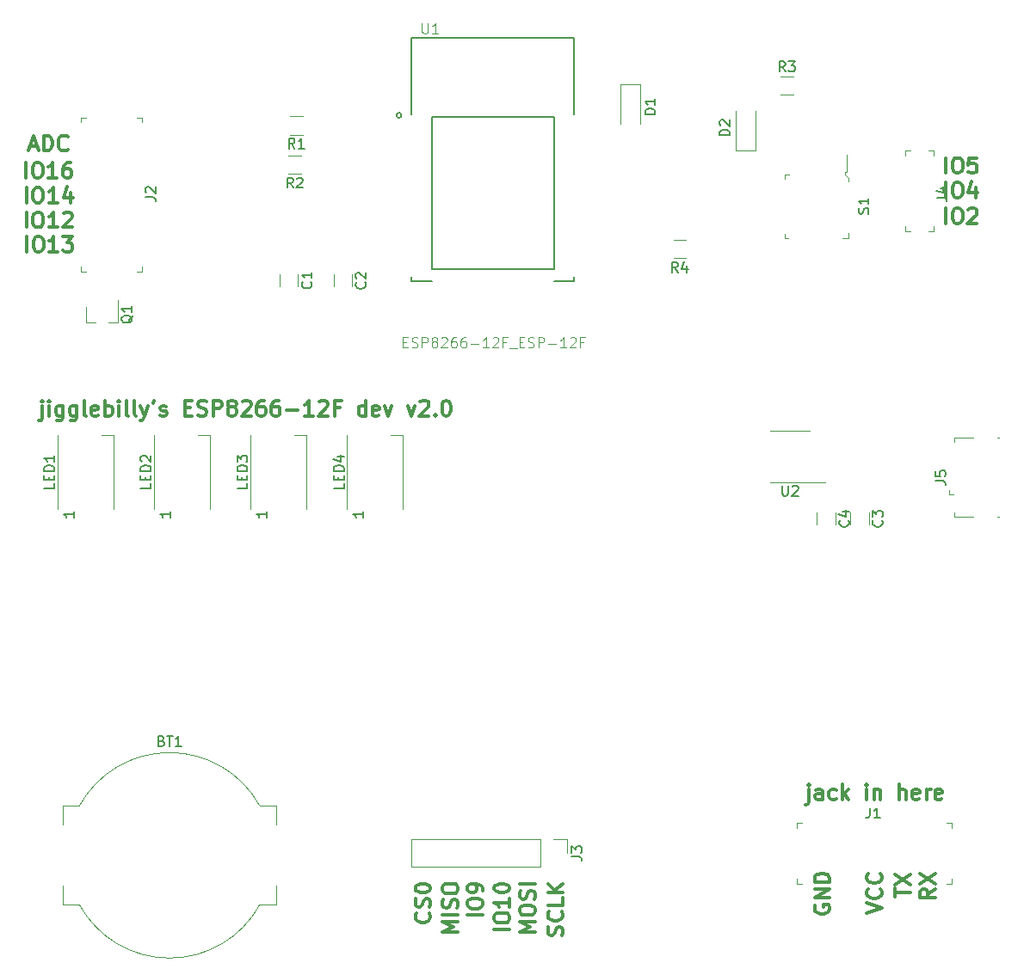
<source format=gbr>
G04 #@! TF.GenerationSoftware,KiCad,Pcbnew,(5.1.2)-1*
G04 #@! TF.CreationDate,2019-08-26T21:33:07-05:00*
G04 #@! TF.ProjectId,8266-dev,38323636-2d64-4657-962e-6b696361645f,rev?*
G04 #@! TF.SameCoordinates,Original*
G04 #@! TF.FileFunction,Legend,Top*
G04 #@! TF.FilePolarity,Positive*
%FSLAX46Y46*%
G04 Gerber Fmt 4.6, Leading zero omitted, Abs format (unit mm)*
G04 Created by KiCad (PCBNEW (5.1.2)-1) date 2019-08-26 21:33:07*
%MOMM*%
%LPD*%
G04 APERTURE LIST*
%ADD10C,0.300000*%
%ADD11C,0.120000*%
%ADD12C,0.100000*%
%ADD13C,0.127000*%
%ADD14C,0.150000*%
%ADD15C,0.050000*%
G04 APERTURE END LIST*
D10*
X88605011Y-82883891D02*
X88605011Y-84169605D01*
X88533582Y-84312462D01*
X88390725Y-84383891D01*
X88319297Y-84383891D01*
X88605011Y-82383891D02*
X88533582Y-82455320D01*
X88605011Y-82526748D01*
X88676440Y-82455320D01*
X88605011Y-82383891D01*
X88605011Y-82526748D01*
X89319297Y-83883891D02*
X89319297Y-82883891D01*
X89319297Y-82383891D02*
X89247868Y-82455320D01*
X89319297Y-82526748D01*
X89390725Y-82455320D01*
X89319297Y-82383891D01*
X89319297Y-82526748D01*
X90676440Y-82883891D02*
X90676440Y-84098177D01*
X90605011Y-84241034D01*
X90533582Y-84312462D01*
X90390725Y-84383891D01*
X90176440Y-84383891D01*
X90033582Y-84312462D01*
X90676440Y-83812462D02*
X90533582Y-83883891D01*
X90247868Y-83883891D01*
X90105011Y-83812462D01*
X90033582Y-83741034D01*
X89962154Y-83598177D01*
X89962154Y-83169605D01*
X90033582Y-83026748D01*
X90105011Y-82955320D01*
X90247868Y-82883891D01*
X90533582Y-82883891D01*
X90676440Y-82955320D01*
X92033582Y-82883891D02*
X92033582Y-84098177D01*
X91962154Y-84241034D01*
X91890725Y-84312462D01*
X91747868Y-84383891D01*
X91533582Y-84383891D01*
X91390725Y-84312462D01*
X92033582Y-83812462D02*
X91890725Y-83883891D01*
X91605011Y-83883891D01*
X91462154Y-83812462D01*
X91390725Y-83741034D01*
X91319297Y-83598177D01*
X91319297Y-83169605D01*
X91390725Y-83026748D01*
X91462154Y-82955320D01*
X91605011Y-82883891D01*
X91890725Y-82883891D01*
X92033582Y-82955320D01*
X92962154Y-83883891D02*
X92819297Y-83812462D01*
X92747868Y-83669605D01*
X92747868Y-82383891D01*
X94105011Y-83812462D02*
X93962154Y-83883891D01*
X93676440Y-83883891D01*
X93533582Y-83812462D01*
X93462154Y-83669605D01*
X93462154Y-83098177D01*
X93533582Y-82955320D01*
X93676440Y-82883891D01*
X93962154Y-82883891D01*
X94105011Y-82955320D01*
X94176440Y-83098177D01*
X94176440Y-83241034D01*
X93462154Y-83383891D01*
X94819297Y-83883891D02*
X94819297Y-82383891D01*
X94819297Y-82955320D02*
X94962154Y-82883891D01*
X95247868Y-82883891D01*
X95390725Y-82955320D01*
X95462154Y-83026748D01*
X95533582Y-83169605D01*
X95533582Y-83598177D01*
X95462154Y-83741034D01*
X95390725Y-83812462D01*
X95247868Y-83883891D01*
X94962154Y-83883891D01*
X94819297Y-83812462D01*
X96176440Y-83883891D02*
X96176440Y-82883891D01*
X96176440Y-82383891D02*
X96105011Y-82455320D01*
X96176440Y-82526748D01*
X96247868Y-82455320D01*
X96176440Y-82383891D01*
X96176440Y-82526748D01*
X97105011Y-83883891D02*
X96962154Y-83812462D01*
X96890725Y-83669605D01*
X96890725Y-82383891D01*
X97890725Y-83883891D02*
X97747868Y-83812462D01*
X97676440Y-83669605D01*
X97676440Y-82383891D01*
X98319297Y-82883891D02*
X98676440Y-83883891D01*
X99033582Y-82883891D02*
X98676440Y-83883891D01*
X98533582Y-84241034D01*
X98462154Y-84312462D01*
X98319297Y-84383891D01*
X99676440Y-82383891D02*
X99533582Y-82669605D01*
X100247868Y-83812462D02*
X100390725Y-83883891D01*
X100676440Y-83883891D01*
X100819297Y-83812462D01*
X100890725Y-83669605D01*
X100890725Y-83598177D01*
X100819297Y-83455320D01*
X100676440Y-83383891D01*
X100462154Y-83383891D01*
X100319297Y-83312462D01*
X100247868Y-83169605D01*
X100247868Y-83098177D01*
X100319297Y-82955320D01*
X100462154Y-82883891D01*
X100676440Y-82883891D01*
X100819297Y-82955320D01*
X102676440Y-83098177D02*
X103176440Y-83098177D01*
X103390725Y-83883891D02*
X102676440Y-83883891D01*
X102676440Y-82383891D01*
X103390725Y-82383891D01*
X103962154Y-83812462D02*
X104176440Y-83883891D01*
X104533582Y-83883891D01*
X104676440Y-83812462D01*
X104747868Y-83741034D01*
X104819297Y-83598177D01*
X104819297Y-83455320D01*
X104747868Y-83312462D01*
X104676440Y-83241034D01*
X104533582Y-83169605D01*
X104247868Y-83098177D01*
X104105011Y-83026748D01*
X104033582Y-82955320D01*
X103962154Y-82812462D01*
X103962154Y-82669605D01*
X104033582Y-82526748D01*
X104105011Y-82455320D01*
X104247868Y-82383891D01*
X104605011Y-82383891D01*
X104819297Y-82455320D01*
X105462154Y-83883891D02*
X105462154Y-82383891D01*
X106033582Y-82383891D01*
X106176440Y-82455320D01*
X106247868Y-82526748D01*
X106319297Y-82669605D01*
X106319297Y-82883891D01*
X106247868Y-83026748D01*
X106176440Y-83098177D01*
X106033582Y-83169605D01*
X105462154Y-83169605D01*
X107176440Y-83026748D02*
X107033582Y-82955320D01*
X106962154Y-82883891D01*
X106890725Y-82741034D01*
X106890725Y-82669605D01*
X106962154Y-82526748D01*
X107033582Y-82455320D01*
X107176440Y-82383891D01*
X107462154Y-82383891D01*
X107605011Y-82455320D01*
X107676440Y-82526748D01*
X107747868Y-82669605D01*
X107747868Y-82741034D01*
X107676440Y-82883891D01*
X107605011Y-82955320D01*
X107462154Y-83026748D01*
X107176440Y-83026748D01*
X107033582Y-83098177D01*
X106962154Y-83169605D01*
X106890725Y-83312462D01*
X106890725Y-83598177D01*
X106962154Y-83741034D01*
X107033582Y-83812462D01*
X107176440Y-83883891D01*
X107462154Y-83883891D01*
X107605011Y-83812462D01*
X107676440Y-83741034D01*
X107747868Y-83598177D01*
X107747868Y-83312462D01*
X107676440Y-83169605D01*
X107605011Y-83098177D01*
X107462154Y-83026748D01*
X108319297Y-82526748D02*
X108390725Y-82455320D01*
X108533582Y-82383891D01*
X108890725Y-82383891D01*
X109033582Y-82455320D01*
X109105011Y-82526748D01*
X109176440Y-82669605D01*
X109176440Y-82812462D01*
X109105011Y-83026748D01*
X108247868Y-83883891D01*
X109176440Y-83883891D01*
X110462154Y-82383891D02*
X110176440Y-82383891D01*
X110033582Y-82455320D01*
X109962154Y-82526748D01*
X109819297Y-82741034D01*
X109747868Y-83026748D01*
X109747868Y-83598177D01*
X109819297Y-83741034D01*
X109890725Y-83812462D01*
X110033582Y-83883891D01*
X110319297Y-83883891D01*
X110462154Y-83812462D01*
X110533582Y-83741034D01*
X110605011Y-83598177D01*
X110605011Y-83241034D01*
X110533582Y-83098177D01*
X110462154Y-83026748D01*
X110319297Y-82955320D01*
X110033582Y-82955320D01*
X109890725Y-83026748D01*
X109819297Y-83098177D01*
X109747868Y-83241034D01*
X111890725Y-82383891D02*
X111605011Y-82383891D01*
X111462154Y-82455320D01*
X111390725Y-82526748D01*
X111247868Y-82741034D01*
X111176440Y-83026748D01*
X111176440Y-83598177D01*
X111247868Y-83741034D01*
X111319297Y-83812462D01*
X111462154Y-83883891D01*
X111747868Y-83883891D01*
X111890725Y-83812462D01*
X111962154Y-83741034D01*
X112033582Y-83598177D01*
X112033582Y-83241034D01*
X111962154Y-83098177D01*
X111890725Y-83026748D01*
X111747868Y-82955320D01*
X111462154Y-82955320D01*
X111319297Y-83026748D01*
X111247868Y-83098177D01*
X111176440Y-83241034D01*
X112676440Y-83312462D02*
X113819297Y-83312462D01*
X115319297Y-83883891D02*
X114462154Y-83883891D01*
X114890725Y-83883891D02*
X114890725Y-82383891D01*
X114747868Y-82598177D01*
X114605011Y-82741034D01*
X114462154Y-82812462D01*
X115890725Y-82526748D02*
X115962154Y-82455320D01*
X116105011Y-82383891D01*
X116462154Y-82383891D01*
X116605011Y-82455320D01*
X116676440Y-82526748D01*
X116747868Y-82669605D01*
X116747868Y-82812462D01*
X116676440Y-83026748D01*
X115819297Y-83883891D01*
X116747868Y-83883891D01*
X117890725Y-83098177D02*
X117390725Y-83098177D01*
X117390725Y-83883891D02*
X117390725Y-82383891D01*
X118105011Y-82383891D01*
X120462154Y-83883891D02*
X120462154Y-82383891D01*
X120462154Y-83812462D02*
X120319297Y-83883891D01*
X120033582Y-83883891D01*
X119890725Y-83812462D01*
X119819297Y-83741034D01*
X119747868Y-83598177D01*
X119747868Y-83169605D01*
X119819297Y-83026748D01*
X119890725Y-82955320D01*
X120033582Y-82883891D01*
X120319297Y-82883891D01*
X120462154Y-82955320D01*
X121747868Y-83812462D02*
X121605011Y-83883891D01*
X121319297Y-83883891D01*
X121176440Y-83812462D01*
X121105011Y-83669605D01*
X121105011Y-83098177D01*
X121176440Y-82955320D01*
X121319297Y-82883891D01*
X121605011Y-82883891D01*
X121747868Y-82955320D01*
X121819297Y-83098177D01*
X121819297Y-83241034D01*
X121105011Y-83383891D01*
X122319297Y-82883891D02*
X122676440Y-83883891D01*
X123033582Y-82883891D01*
X124605011Y-82883891D02*
X124962154Y-83883891D01*
X125319297Y-82883891D01*
X125819297Y-82526748D02*
X125890725Y-82455320D01*
X126033582Y-82383891D01*
X126390725Y-82383891D01*
X126533582Y-82455320D01*
X126605011Y-82526748D01*
X126676440Y-82669605D01*
X126676440Y-82812462D01*
X126605011Y-83026748D01*
X125747868Y-83883891D01*
X126676440Y-83883891D01*
X127319297Y-83741034D02*
X127390725Y-83812462D01*
X127319297Y-83883891D01*
X127247868Y-83812462D01*
X127319297Y-83741034D01*
X127319297Y-83883891D01*
X128319297Y-82383891D02*
X128462154Y-82383891D01*
X128605011Y-82455320D01*
X128676440Y-82526748D01*
X128747868Y-82669605D01*
X128819297Y-82955320D01*
X128819297Y-83312462D01*
X128747868Y-83598177D01*
X128676440Y-83741034D01*
X128605011Y-83812462D01*
X128462154Y-83883891D01*
X128319297Y-83883891D01*
X128176440Y-83812462D01*
X128105011Y-83741034D01*
X128033582Y-83598177D01*
X127962154Y-83312462D01*
X127962154Y-82955320D01*
X128033582Y-82669605D01*
X128105011Y-82526748D01*
X128176440Y-82455320D01*
X128319297Y-82383891D01*
X139804222Y-135060214D02*
X139875651Y-134845928D01*
X139875651Y-134488785D01*
X139804222Y-134345928D01*
X139732794Y-134274500D01*
X139589937Y-134203071D01*
X139447080Y-134203071D01*
X139304222Y-134274500D01*
X139232794Y-134345928D01*
X139161365Y-134488785D01*
X139089937Y-134774500D01*
X139018508Y-134917357D01*
X138947080Y-134988785D01*
X138804222Y-135060214D01*
X138661365Y-135060214D01*
X138518508Y-134988785D01*
X138447080Y-134917357D01*
X138375651Y-134774500D01*
X138375651Y-134417357D01*
X138447080Y-134203071D01*
X139732794Y-132703071D02*
X139804222Y-132774500D01*
X139875651Y-132988785D01*
X139875651Y-133131642D01*
X139804222Y-133345928D01*
X139661365Y-133488785D01*
X139518508Y-133560214D01*
X139232794Y-133631642D01*
X139018508Y-133631642D01*
X138732794Y-133560214D01*
X138589937Y-133488785D01*
X138447080Y-133345928D01*
X138375651Y-133131642D01*
X138375651Y-132988785D01*
X138447080Y-132774500D01*
X138518508Y-132703071D01*
X139875651Y-131345928D02*
X139875651Y-132060214D01*
X138375651Y-132060214D01*
X139875651Y-130845928D02*
X138375651Y-130845928D01*
X139875651Y-129988785D02*
X139018508Y-130631642D01*
X138375651Y-129988785D02*
X139232794Y-130845928D01*
X137107051Y-134716542D02*
X135607051Y-134716542D01*
X136678480Y-134216542D01*
X135607051Y-133716542D01*
X137107051Y-133716542D01*
X135607051Y-132716542D02*
X135607051Y-132430828D01*
X135678480Y-132287971D01*
X135821337Y-132145114D01*
X136107051Y-132073685D01*
X136607051Y-132073685D01*
X136892765Y-132145114D01*
X137035622Y-132287971D01*
X137107051Y-132430828D01*
X137107051Y-132716542D01*
X137035622Y-132859400D01*
X136892765Y-133002257D01*
X136607051Y-133073685D01*
X136107051Y-133073685D01*
X135821337Y-133002257D01*
X135678480Y-132859400D01*
X135607051Y-132716542D01*
X137035622Y-131502257D02*
X137107051Y-131287971D01*
X137107051Y-130930828D01*
X137035622Y-130787971D01*
X136964194Y-130716542D01*
X136821337Y-130645114D01*
X136678480Y-130645114D01*
X136535622Y-130716542D01*
X136464194Y-130787971D01*
X136392765Y-130930828D01*
X136321337Y-131216542D01*
X136249908Y-131359400D01*
X136178480Y-131430828D01*
X136035622Y-131502257D01*
X135892765Y-131502257D01*
X135749908Y-131430828D01*
X135678480Y-131359400D01*
X135607051Y-131216542D01*
X135607051Y-130859400D01*
X135678480Y-130645114D01*
X137107051Y-130002257D02*
X135607051Y-130002257D01*
X134622931Y-134472085D02*
X133122931Y-134472085D01*
X133122931Y-133472085D02*
X133122931Y-133186371D01*
X133194360Y-133043514D01*
X133337217Y-132900657D01*
X133622931Y-132829228D01*
X134122931Y-132829228D01*
X134408645Y-132900657D01*
X134551502Y-133043514D01*
X134622931Y-133186371D01*
X134622931Y-133472085D01*
X134551502Y-133614942D01*
X134408645Y-133757800D01*
X134122931Y-133829228D01*
X133622931Y-133829228D01*
X133337217Y-133757800D01*
X133194360Y-133614942D01*
X133122931Y-133472085D01*
X134622931Y-131400657D02*
X134622931Y-132257800D01*
X134622931Y-131829228D02*
X133122931Y-131829228D01*
X133337217Y-131972085D01*
X133480074Y-132114942D01*
X133551502Y-132257800D01*
X133122931Y-130472085D02*
X133122931Y-130329228D01*
X133194360Y-130186371D01*
X133265788Y-130114942D01*
X133408645Y-130043514D01*
X133694360Y-129972085D01*
X134051502Y-129972085D01*
X134337217Y-130043514D01*
X134480074Y-130114942D01*
X134551502Y-130186371D01*
X134622931Y-130329228D01*
X134622931Y-130472085D01*
X134551502Y-130614942D01*
X134480074Y-130686371D01*
X134337217Y-130757800D01*
X134051502Y-130829228D01*
X133694360Y-130829228D01*
X133408645Y-130757800D01*
X133265788Y-130686371D01*
X133194360Y-130614942D01*
X133122931Y-130472085D01*
X131976251Y-133041520D02*
X130476251Y-133041520D01*
X130476251Y-132041520D02*
X130476251Y-131755805D01*
X130547680Y-131612948D01*
X130690537Y-131470091D01*
X130976251Y-131398662D01*
X131476251Y-131398662D01*
X131761965Y-131470091D01*
X131904822Y-131612948D01*
X131976251Y-131755805D01*
X131976251Y-132041520D01*
X131904822Y-132184377D01*
X131761965Y-132327234D01*
X131476251Y-132398662D01*
X130976251Y-132398662D01*
X130690537Y-132327234D01*
X130547680Y-132184377D01*
X130476251Y-132041520D01*
X131976251Y-130684377D02*
X131976251Y-130398662D01*
X131904822Y-130255805D01*
X131833394Y-130184377D01*
X131619108Y-130041520D01*
X131333394Y-129970091D01*
X130761965Y-129970091D01*
X130619108Y-130041520D01*
X130547680Y-130112948D01*
X130476251Y-130255805D01*
X130476251Y-130541520D01*
X130547680Y-130684377D01*
X130619108Y-130755805D01*
X130761965Y-130827234D01*
X131119108Y-130827234D01*
X131261965Y-130755805D01*
X131333394Y-130684377D01*
X131404822Y-130541520D01*
X131404822Y-130255805D01*
X131333394Y-130112948D01*
X131261965Y-130041520D01*
X131119108Y-129970091D01*
X129542931Y-134731782D02*
X128042931Y-134731782D01*
X129114360Y-134231782D01*
X128042931Y-133731782D01*
X129542931Y-133731782D01*
X129542931Y-133017497D02*
X128042931Y-133017497D01*
X129471502Y-132374640D02*
X129542931Y-132160354D01*
X129542931Y-131803211D01*
X129471502Y-131660354D01*
X129400074Y-131588925D01*
X129257217Y-131517497D01*
X129114360Y-131517497D01*
X128971502Y-131588925D01*
X128900074Y-131660354D01*
X128828645Y-131803211D01*
X128757217Y-132088925D01*
X128685788Y-132231782D01*
X128614360Y-132303211D01*
X128471502Y-132374640D01*
X128328645Y-132374640D01*
X128185788Y-132303211D01*
X128114360Y-132231782D01*
X128042931Y-132088925D01*
X128042931Y-131731782D01*
X128114360Y-131517497D01*
X128042931Y-130588925D02*
X128042931Y-130303211D01*
X128114360Y-130160354D01*
X128257217Y-130017497D01*
X128542931Y-129946068D01*
X129042931Y-129946068D01*
X129328645Y-130017497D01*
X129471502Y-130160354D01*
X129542931Y-130303211D01*
X129542931Y-130588925D01*
X129471502Y-130731782D01*
X129328645Y-130874640D01*
X129042931Y-130946068D01*
X128542931Y-130946068D01*
X128257217Y-130874640D01*
X128114360Y-130731782D01*
X128042931Y-130588925D01*
X126700054Y-132841085D02*
X126771482Y-132912514D01*
X126842911Y-133126800D01*
X126842911Y-133269657D01*
X126771482Y-133483942D01*
X126628625Y-133626800D01*
X126485768Y-133698228D01*
X126200054Y-133769657D01*
X125985768Y-133769657D01*
X125700054Y-133698228D01*
X125557197Y-133626800D01*
X125414340Y-133483942D01*
X125342911Y-133269657D01*
X125342911Y-133126800D01*
X125414340Y-132912514D01*
X125485768Y-132841085D01*
X126771482Y-132269657D02*
X126842911Y-132055371D01*
X126842911Y-131698228D01*
X126771482Y-131555371D01*
X126700054Y-131483942D01*
X126557197Y-131412514D01*
X126414340Y-131412514D01*
X126271482Y-131483942D01*
X126200054Y-131555371D01*
X126128625Y-131698228D01*
X126057197Y-131983942D01*
X125985768Y-132126800D01*
X125914340Y-132198228D01*
X125771482Y-132269657D01*
X125628625Y-132269657D01*
X125485768Y-132198228D01*
X125414340Y-132126800D01*
X125342911Y-131983942D01*
X125342911Y-131626800D01*
X125414340Y-131412514D01*
X125342911Y-130483942D02*
X125342911Y-130341085D01*
X125414340Y-130198228D01*
X125485768Y-130126800D01*
X125628625Y-130055371D01*
X125914340Y-129983942D01*
X126271482Y-129983942D01*
X126557197Y-130055371D01*
X126700054Y-130126800D01*
X126771482Y-130198228D01*
X126842911Y-130341085D01*
X126842911Y-130483942D01*
X126771482Y-130626800D01*
X126700054Y-130698228D01*
X126557197Y-130769657D01*
X126271482Y-130841085D01*
X125914340Y-130841085D01*
X125628625Y-130769657D01*
X125485768Y-130698228D01*
X125414340Y-130626800D01*
X125342911Y-130483942D01*
X177542060Y-64950731D02*
X177542060Y-63450731D01*
X178542060Y-63450731D02*
X178827774Y-63450731D01*
X178970631Y-63522160D01*
X179113488Y-63665017D01*
X179184917Y-63950731D01*
X179184917Y-64450731D01*
X179113488Y-64736445D01*
X178970631Y-64879302D01*
X178827774Y-64950731D01*
X178542060Y-64950731D01*
X178399202Y-64879302D01*
X178256345Y-64736445D01*
X178184917Y-64450731D01*
X178184917Y-63950731D01*
X178256345Y-63665017D01*
X178399202Y-63522160D01*
X178542060Y-63450731D01*
X179756345Y-63593588D02*
X179827774Y-63522160D01*
X179970631Y-63450731D01*
X180327774Y-63450731D01*
X180470631Y-63522160D01*
X180542060Y-63593588D01*
X180613488Y-63736445D01*
X180613488Y-63879302D01*
X180542060Y-64093588D01*
X179684917Y-64950731D01*
X180613488Y-64950731D01*
X177542060Y-62408191D02*
X177542060Y-60908191D01*
X178542060Y-60908191D02*
X178827774Y-60908191D01*
X178970631Y-60979620D01*
X179113488Y-61122477D01*
X179184917Y-61408191D01*
X179184917Y-61908191D01*
X179113488Y-62193905D01*
X178970631Y-62336762D01*
X178827774Y-62408191D01*
X178542060Y-62408191D01*
X178399202Y-62336762D01*
X178256345Y-62193905D01*
X178184917Y-61908191D01*
X178184917Y-61408191D01*
X178256345Y-61122477D01*
X178399202Y-60979620D01*
X178542060Y-60908191D01*
X180470631Y-61408191D02*
X180470631Y-62408191D01*
X180113488Y-60836762D02*
X179756345Y-61908191D01*
X180684917Y-61908191D01*
X177542060Y-59985031D02*
X177542060Y-58485031D01*
X178542060Y-58485031D02*
X178827774Y-58485031D01*
X178970631Y-58556460D01*
X179113488Y-58699317D01*
X179184917Y-58985031D01*
X179184917Y-59485031D01*
X179113488Y-59770745D01*
X178970631Y-59913602D01*
X178827774Y-59985031D01*
X178542060Y-59985031D01*
X178399202Y-59913602D01*
X178256345Y-59770745D01*
X178184917Y-59485031D01*
X178184917Y-58985031D01*
X178256345Y-58699317D01*
X178399202Y-58556460D01*
X178542060Y-58485031D01*
X180542060Y-58485031D02*
X179827774Y-58485031D01*
X179756345Y-59199317D01*
X179827774Y-59127888D01*
X179970631Y-59056460D01*
X180327774Y-59056460D01*
X180470631Y-59127888D01*
X180542060Y-59199317D01*
X180613488Y-59342174D01*
X180613488Y-59699317D01*
X180542060Y-59842174D01*
X180470631Y-59913602D01*
X180327774Y-59985031D01*
X179970631Y-59985031D01*
X179827774Y-59913602D01*
X179756345Y-59842174D01*
X87120054Y-67754891D02*
X87120054Y-66254891D01*
X88120054Y-66254891D02*
X88405768Y-66254891D01*
X88548625Y-66326320D01*
X88691482Y-66469177D01*
X88762911Y-66754891D01*
X88762911Y-67254891D01*
X88691482Y-67540605D01*
X88548625Y-67683462D01*
X88405768Y-67754891D01*
X88120054Y-67754891D01*
X87977197Y-67683462D01*
X87834340Y-67540605D01*
X87762911Y-67254891D01*
X87762911Y-66754891D01*
X87834340Y-66469177D01*
X87977197Y-66326320D01*
X88120054Y-66254891D01*
X90191482Y-67754891D02*
X89334340Y-67754891D01*
X89762911Y-67754891D02*
X89762911Y-66254891D01*
X89620054Y-66469177D01*
X89477197Y-66612034D01*
X89334340Y-66683462D01*
X90691482Y-66254891D02*
X91620054Y-66254891D01*
X91120054Y-66826320D01*
X91334340Y-66826320D01*
X91477197Y-66897748D01*
X91548625Y-66969177D01*
X91620054Y-67112034D01*
X91620054Y-67469177D01*
X91548625Y-67612034D01*
X91477197Y-67683462D01*
X91334340Y-67754891D01*
X90905768Y-67754891D01*
X90762911Y-67683462D01*
X90691482Y-67612034D01*
X87089574Y-65336811D02*
X87089574Y-63836811D01*
X88089574Y-63836811D02*
X88375288Y-63836811D01*
X88518145Y-63908240D01*
X88661002Y-64051097D01*
X88732431Y-64336811D01*
X88732431Y-64836811D01*
X88661002Y-65122525D01*
X88518145Y-65265382D01*
X88375288Y-65336811D01*
X88089574Y-65336811D01*
X87946717Y-65265382D01*
X87803860Y-65122525D01*
X87732431Y-64836811D01*
X87732431Y-64336811D01*
X87803860Y-64051097D01*
X87946717Y-63908240D01*
X88089574Y-63836811D01*
X90161002Y-65336811D02*
X89303860Y-65336811D01*
X89732431Y-65336811D02*
X89732431Y-63836811D01*
X89589574Y-64051097D01*
X89446717Y-64193954D01*
X89303860Y-64265382D01*
X90732431Y-63979668D02*
X90803860Y-63908240D01*
X90946717Y-63836811D01*
X91303860Y-63836811D01*
X91446717Y-63908240D01*
X91518145Y-63979668D01*
X91589574Y-64122525D01*
X91589574Y-64265382D01*
X91518145Y-64479668D01*
X90661002Y-65336811D01*
X91589574Y-65336811D01*
X87069254Y-62918731D02*
X87069254Y-61418731D01*
X88069254Y-61418731D02*
X88354968Y-61418731D01*
X88497825Y-61490160D01*
X88640682Y-61633017D01*
X88712111Y-61918731D01*
X88712111Y-62418731D01*
X88640682Y-62704445D01*
X88497825Y-62847302D01*
X88354968Y-62918731D01*
X88069254Y-62918731D01*
X87926397Y-62847302D01*
X87783540Y-62704445D01*
X87712111Y-62418731D01*
X87712111Y-61918731D01*
X87783540Y-61633017D01*
X87926397Y-61490160D01*
X88069254Y-61418731D01*
X90140682Y-62918731D02*
X89283540Y-62918731D01*
X89712111Y-62918731D02*
X89712111Y-61418731D01*
X89569254Y-61633017D01*
X89426397Y-61775874D01*
X89283540Y-61847302D01*
X91426397Y-61918731D02*
X91426397Y-62918731D01*
X91069254Y-61347302D02*
X90712111Y-62418731D01*
X91640682Y-62418731D01*
X87033694Y-60470171D02*
X87033694Y-58970171D01*
X88033694Y-58970171D02*
X88319408Y-58970171D01*
X88462265Y-59041600D01*
X88605122Y-59184457D01*
X88676551Y-59470171D01*
X88676551Y-59970171D01*
X88605122Y-60255885D01*
X88462265Y-60398742D01*
X88319408Y-60470171D01*
X88033694Y-60470171D01*
X87890837Y-60398742D01*
X87747980Y-60255885D01*
X87676551Y-59970171D01*
X87676551Y-59470171D01*
X87747980Y-59184457D01*
X87890837Y-59041600D01*
X88033694Y-58970171D01*
X90105122Y-60470171D02*
X89247980Y-60470171D01*
X89676551Y-60470171D02*
X89676551Y-58970171D01*
X89533694Y-59184457D01*
X89390837Y-59327314D01*
X89247980Y-59398742D01*
X91390837Y-58970171D02*
X91105122Y-58970171D01*
X90962265Y-59041600D01*
X90890837Y-59113028D01*
X90747980Y-59327314D01*
X90676551Y-59613028D01*
X90676551Y-60184457D01*
X90747980Y-60327314D01*
X90819408Y-60398742D01*
X90962265Y-60470171D01*
X91247980Y-60470171D01*
X91390837Y-60398742D01*
X91462265Y-60327314D01*
X91533694Y-60184457D01*
X91533694Y-59827314D01*
X91462265Y-59684457D01*
X91390837Y-59613028D01*
X91247980Y-59541600D01*
X90962265Y-59541600D01*
X90819408Y-59613028D01*
X90747980Y-59684457D01*
X90676551Y-59827314D01*
X87418777Y-57364440D02*
X88133062Y-57364440D01*
X87275920Y-57793011D02*
X87775920Y-56293011D01*
X88275920Y-57793011D01*
X88775920Y-57793011D02*
X88775920Y-56293011D01*
X89133062Y-56293011D01*
X89347348Y-56364440D01*
X89490205Y-56507297D01*
X89561634Y-56650154D01*
X89633062Y-56935868D01*
X89633062Y-57150154D01*
X89561634Y-57435868D01*
X89490205Y-57578725D01*
X89347348Y-57721582D01*
X89133062Y-57793011D01*
X88775920Y-57793011D01*
X91133062Y-57650154D02*
X91061634Y-57721582D01*
X90847348Y-57793011D01*
X90704491Y-57793011D01*
X90490205Y-57721582D01*
X90347348Y-57578725D01*
X90275920Y-57435868D01*
X90204491Y-57150154D01*
X90204491Y-56935868D01*
X90275920Y-56650154D01*
X90347348Y-56507297D01*
X90490205Y-56364440D01*
X90704491Y-56293011D01*
X90847348Y-56293011D01*
X91061634Y-56364440D01*
X91133062Y-56435868D01*
X176489751Y-130496120D02*
X175775465Y-130996120D01*
X176489751Y-131353262D02*
X174989751Y-131353262D01*
X174989751Y-130781834D01*
X175061180Y-130638977D01*
X175132608Y-130567548D01*
X175275465Y-130496120D01*
X175489751Y-130496120D01*
X175632608Y-130567548D01*
X175704037Y-130638977D01*
X175775465Y-130781834D01*
X175775465Y-131353262D01*
X174989751Y-129996120D02*
X176489751Y-128996120D01*
X174989751Y-128996120D02*
X176489751Y-129996120D01*
X172525951Y-131287377D02*
X172525951Y-130430234D01*
X174025951Y-130858805D02*
X172525951Y-130858805D01*
X172525951Y-130073091D02*
X174025951Y-129073091D01*
X172525951Y-129073091D02*
X174025951Y-130073091D01*
X169757351Y-132850640D02*
X171257351Y-132350640D01*
X169757351Y-131850640D01*
X171114494Y-130493497D02*
X171185922Y-130564925D01*
X171257351Y-130779211D01*
X171257351Y-130922068D01*
X171185922Y-131136354D01*
X171043065Y-131279211D01*
X170900208Y-131350640D01*
X170614494Y-131422068D01*
X170400208Y-131422068D01*
X170114494Y-131350640D01*
X169971637Y-131279211D01*
X169828780Y-131136354D01*
X169757351Y-130922068D01*
X169757351Y-130779211D01*
X169828780Y-130564925D01*
X169900208Y-130493497D01*
X171114494Y-128993497D02*
X171185922Y-129064925D01*
X171257351Y-129279211D01*
X171257351Y-129422068D01*
X171185922Y-129636354D01*
X171043065Y-129779211D01*
X170900208Y-129850640D01*
X170614494Y-129922068D01*
X170400208Y-129922068D01*
X170114494Y-129850640D01*
X169971637Y-129779211D01*
X169828780Y-129636354D01*
X169757351Y-129422068D01*
X169757351Y-129279211D01*
X169828780Y-129064925D01*
X169900208Y-128993497D01*
X164695440Y-132092557D02*
X164624011Y-132235414D01*
X164624011Y-132449700D01*
X164695440Y-132663985D01*
X164838297Y-132806842D01*
X164981154Y-132878271D01*
X165266868Y-132949700D01*
X165481154Y-132949700D01*
X165766868Y-132878271D01*
X165909725Y-132806842D01*
X166052582Y-132663985D01*
X166124011Y-132449700D01*
X166124011Y-132306842D01*
X166052582Y-132092557D01*
X165981154Y-132021128D01*
X165481154Y-132021128D01*
X165481154Y-132306842D01*
X166124011Y-131378271D02*
X164624011Y-131378271D01*
X166124011Y-130521128D01*
X164624011Y-130521128D01*
X166124011Y-129806842D02*
X164624011Y-129806842D01*
X164624011Y-129449700D01*
X164695440Y-129235414D01*
X164838297Y-129092557D01*
X164981154Y-129021128D01*
X165266868Y-128949700D01*
X165481154Y-128949700D01*
X165766868Y-129021128D01*
X165909725Y-129092557D01*
X166052582Y-129235414D01*
X166124011Y-129449700D01*
X166124011Y-129806842D01*
X164055765Y-120658771D02*
X164055765Y-121944485D01*
X163984337Y-122087342D01*
X163841480Y-122158771D01*
X163770051Y-122158771D01*
X164055765Y-120158771D02*
X163984337Y-120230200D01*
X164055765Y-120301628D01*
X164127194Y-120230200D01*
X164055765Y-120158771D01*
X164055765Y-120301628D01*
X165412908Y-121658771D02*
X165412908Y-120873057D01*
X165341480Y-120730200D01*
X165198622Y-120658771D01*
X164912908Y-120658771D01*
X164770051Y-120730200D01*
X165412908Y-121587342D02*
X165270051Y-121658771D01*
X164912908Y-121658771D01*
X164770051Y-121587342D01*
X164698622Y-121444485D01*
X164698622Y-121301628D01*
X164770051Y-121158771D01*
X164912908Y-121087342D01*
X165270051Y-121087342D01*
X165412908Y-121015914D01*
X166770051Y-121587342D02*
X166627194Y-121658771D01*
X166341480Y-121658771D01*
X166198622Y-121587342D01*
X166127194Y-121515914D01*
X166055765Y-121373057D01*
X166055765Y-120944485D01*
X166127194Y-120801628D01*
X166198622Y-120730200D01*
X166341480Y-120658771D01*
X166627194Y-120658771D01*
X166770051Y-120730200D01*
X167412908Y-121658771D02*
X167412908Y-120158771D01*
X167555765Y-121087342D02*
X167984337Y-121658771D01*
X167984337Y-120658771D02*
X167412908Y-121230200D01*
X169770051Y-121658771D02*
X169770051Y-120658771D01*
X169770051Y-120158771D02*
X169698622Y-120230200D01*
X169770051Y-120301628D01*
X169841480Y-120230200D01*
X169770051Y-120158771D01*
X169770051Y-120301628D01*
X170484337Y-120658771D02*
X170484337Y-121658771D01*
X170484337Y-120801628D02*
X170555765Y-120730200D01*
X170698622Y-120658771D01*
X170912908Y-120658771D01*
X171055765Y-120730200D01*
X171127194Y-120873057D01*
X171127194Y-121658771D01*
X172984337Y-121658771D02*
X172984337Y-120158771D01*
X173627194Y-121658771D02*
X173627194Y-120873057D01*
X173555765Y-120730200D01*
X173412908Y-120658771D01*
X173198622Y-120658771D01*
X173055765Y-120730200D01*
X172984337Y-120801628D01*
X174912908Y-121587342D02*
X174770051Y-121658771D01*
X174484337Y-121658771D01*
X174341480Y-121587342D01*
X174270051Y-121444485D01*
X174270051Y-120873057D01*
X174341480Y-120730200D01*
X174484337Y-120658771D01*
X174770051Y-120658771D01*
X174912908Y-120730200D01*
X174984337Y-120873057D01*
X174984337Y-121015914D01*
X174270051Y-121158771D01*
X175627194Y-121658771D02*
X175627194Y-120658771D01*
X175627194Y-120944485D02*
X175698622Y-120801628D01*
X175770051Y-120730200D01*
X175912908Y-120658771D01*
X176055765Y-120658771D01*
X177127194Y-121587342D02*
X176984337Y-121658771D01*
X176698622Y-121658771D01*
X176555765Y-121587342D01*
X176484337Y-121444485D01*
X176484337Y-120873057D01*
X176555765Y-120730200D01*
X176698622Y-120658771D01*
X176984337Y-120658771D01*
X177127194Y-120730200D01*
X177198622Y-120873057D01*
X177198622Y-121015914D01*
X176484337Y-121158771D01*
D11*
X90698200Y-122285180D02*
X92305290Y-122285180D01*
X90698200Y-124170180D02*
X90698200Y-122285180D01*
X111638200Y-124170180D02*
X111638200Y-122285180D01*
X90698200Y-130170180D02*
X90698200Y-132055180D01*
X111638200Y-130170180D02*
X111638200Y-132055180D01*
X111638200Y-122285180D02*
X110031110Y-122285180D01*
X90698200Y-132055180D02*
X92305290Y-132055180D01*
X111638200Y-132055180D02*
X110031110Y-132055180D01*
X92305290Y-122285180D02*
G75*
G02X110031110Y-122285180I8862910J-4885000D01*
G01*
X110033221Y-132051348D02*
G75*
G02X92305290Y-132055180I-8865021J4881168D01*
G01*
X113800300Y-69931656D02*
X113800300Y-71135784D01*
X111980300Y-69931656D02*
X111980300Y-71135784D01*
X114248824Y-56198180D02*
X113044696Y-56198180D01*
X114248824Y-54378180D02*
X113044696Y-54378180D01*
X114081184Y-58251680D02*
X112877056Y-58251680D01*
X114081184Y-60071680D02*
X112877056Y-60071680D01*
X161307236Y-52268800D02*
X162511364Y-52268800D01*
X161307236Y-50448800D02*
X162511364Y-50448800D01*
X151945424Y-68385100D02*
X150741296Y-68385100D01*
X151945424Y-66565100D02*
X150741296Y-66565100D01*
D12*
X167930360Y-60488780D02*
X167930360Y-60788780D01*
X167930360Y-60488780D02*
X167605360Y-60138780D01*
X167605360Y-60138780D02*
X167605360Y-59838780D01*
X167605360Y-59838780D02*
X167830360Y-59838780D01*
X167830360Y-59838780D02*
X167830360Y-58188780D01*
X167380360Y-66388780D02*
X167930360Y-66388780D01*
X167930360Y-66388780D02*
X167930360Y-65888780D01*
X161680360Y-60538780D02*
X161680360Y-60138780D01*
X161680360Y-60138780D02*
X162080360Y-60138780D01*
X162055360Y-66388780D02*
X161680360Y-66388780D01*
X161680360Y-66388780D02*
X161680360Y-66013780D01*
D13*
X123986780Y-54296580D02*
G75*
G03X123986780Y-54296580I-250000J0D01*
G01*
X140986780Y-70671580D02*
X138986780Y-70671580D01*
X140986780Y-70171580D02*
X140986780Y-70671580D01*
X124986780Y-70671580D02*
X126986780Y-70671580D01*
X124986780Y-70171580D02*
X124986780Y-70671580D01*
X140986780Y-46671580D02*
X140986780Y-54171580D01*
X124986780Y-46671580D02*
X140986780Y-46671580D01*
X124986780Y-54171580D02*
X124986780Y-46671580D01*
X126986780Y-69431580D02*
X126986780Y-54431580D01*
X138986780Y-69431580D02*
X126986780Y-69431580D01*
X138986780Y-54431580D02*
X138986780Y-69431580D01*
X126986780Y-54431580D02*
X138986780Y-54431580D01*
D12*
X178111480Y-123949200D02*
X178111480Y-124449200D01*
X178111480Y-123949200D02*
X177611480Y-123949200D01*
X178111480Y-129949200D02*
X177611480Y-129949200D01*
X178111480Y-129949200D02*
X178111480Y-129449200D01*
X162911480Y-123949200D02*
X162911480Y-124449200D01*
X162911480Y-123949200D02*
X163411480Y-123949200D01*
X162911480Y-129949200D02*
X162911480Y-129449200D01*
X162911480Y-129949200D02*
X163411480Y-129949200D01*
X98417640Y-69704280D02*
X97917640Y-69704280D01*
X98417640Y-69704280D02*
X98417640Y-69204280D01*
X92417640Y-69704280D02*
X92417640Y-69204280D01*
X92417640Y-69704280D02*
X92917640Y-69704280D01*
X98417640Y-54504280D02*
X97917640Y-54504280D01*
X98417640Y-54504280D02*
X98417640Y-55004280D01*
X92417640Y-54504280D02*
X92917640Y-54504280D01*
X92417640Y-54504280D02*
X92417640Y-55004280D01*
D11*
X124912530Y-125614200D02*
X124912530Y-128274200D01*
X137672530Y-125614200D02*
X124912530Y-125614200D01*
X137672530Y-128274200D02*
X124912530Y-128274200D01*
X137672530Y-125614200D02*
X137672530Y-128274200D01*
X138942530Y-125614200D02*
X140272530Y-125614200D01*
X140272530Y-125614200D02*
X140272530Y-126944200D01*
D12*
X173519640Y-65694700D02*
X174019640Y-65694700D01*
X173519640Y-65694700D02*
X173519640Y-65194700D01*
X173519640Y-57794700D02*
X173519640Y-58294700D01*
X173519640Y-57794700D02*
X174019640Y-57794700D01*
X176319640Y-57794700D02*
X175819640Y-57794700D01*
X176319640Y-57794700D02*
X176319640Y-58294700D01*
X176319640Y-65694700D02*
X175819640Y-65694700D01*
X176319640Y-65694700D02*
X176319640Y-65194700D01*
D11*
X119116520Y-69976916D02*
X119116520Y-71181044D01*
X117296520Y-69976916D02*
X117296520Y-71181044D01*
X95624000Y-85795000D02*
X94474000Y-85795000D01*
X95624000Y-93095000D02*
X95624000Y-85795000D01*
X90124000Y-93095000D02*
X90124000Y-85795000D01*
X99619666Y-93095000D02*
X99619666Y-85795000D01*
X105119666Y-93095000D02*
X105119666Y-85795000D01*
X105119666Y-85795000D02*
X103969666Y-85795000D01*
X114615332Y-85795000D02*
X113465332Y-85795000D01*
X114615332Y-93095000D02*
X114615332Y-85795000D01*
X109115332Y-93095000D02*
X109115332Y-85795000D01*
X118611000Y-93095000D02*
X118611000Y-85795000D01*
X124111000Y-93095000D02*
X124111000Y-85795000D01*
X124111000Y-85795000D02*
X122961000Y-85795000D01*
X92910500Y-74658000D02*
X93840500Y-74658000D01*
X96070500Y-74658000D02*
X95140500Y-74658000D01*
X96070500Y-74658000D02*
X96070500Y-72498000D01*
X92910500Y-74658000D02*
X92910500Y-73198000D01*
X178419500Y-93857400D02*
X178419500Y-93407400D01*
X180269500Y-93857400D02*
X178419500Y-93857400D01*
X182819500Y-86057400D02*
X182569500Y-86057400D01*
X182819500Y-93857400D02*
X182569500Y-93857400D01*
X180269500Y-86057400D02*
X178419500Y-86057400D01*
X178419500Y-86057400D02*
X178419500Y-86507400D01*
X177869500Y-91657400D02*
X177869500Y-91207400D01*
X177869500Y-91657400D02*
X178319500Y-91657400D01*
X162205900Y-85349400D02*
X160255900Y-85349400D01*
X162205900Y-85349400D02*
X164155900Y-85349400D01*
X162205900Y-90469400D02*
X160255900Y-90469400D01*
X162205900Y-90469400D02*
X165655900Y-90469400D01*
X169957699Y-93419237D02*
X169957699Y-94623365D01*
X168137699Y-93419237D02*
X168137699Y-94623365D01*
X164847699Y-93419237D02*
X164847699Y-94623365D01*
X166667699Y-93419237D02*
X166667699Y-94623365D01*
X147494500Y-51228700D02*
X145494500Y-51228700D01*
X145494500Y-51228700D02*
X145494500Y-55128700D01*
X147494500Y-51228700D02*
X147494500Y-55128700D01*
X156835600Y-57774400D02*
X156835600Y-53874400D01*
X158835600Y-57774400D02*
X158835600Y-53874400D01*
X156835600Y-57774400D02*
X158835600Y-57774400D01*
D14*
X100382485Y-115898751D02*
X100525342Y-115946370D01*
X100572961Y-115993989D01*
X100620580Y-116089227D01*
X100620580Y-116232084D01*
X100572961Y-116327322D01*
X100525342Y-116374941D01*
X100430104Y-116422560D01*
X100049152Y-116422560D01*
X100049152Y-115422560D01*
X100382485Y-115422560D01*
X100477723Y-115470180D01*
X100525342Y-115517799D01*
X100572961Y-115613037D01*
X100572961Y-115708275D01*
X100525342Y-115803513D01*
X100477723Y-115851132D01*
X100382485Y-115898751D01*
X100049152Y-115898751D01*
X100906295Y-115422560D02*
X101477723Y-115422560D01*
X101192009Y-116422560D02*
X101192009Y-115422560D01*
X102334866Y-116422560D02*
X101763438Y-116422560D01*
X102049152Y-116422560D02*
X102049152Y-115422560D01*
X101953914Y-115565418D01*
X101858676Y-115660656D01*
X101763438Y-115708275D01*
X115067442Y-70700386D02*
X115115061Y-70748005D01*
X115162680Y-70890862D01*
X115162680Y-70986100D01*
X115115061Y-71128958D01*
X115019823Y-71224196D01*
X114924585Y-71271815D01*
X114734109Y-71319434D01*
X114591252Y-71319434D01*
X114400776Y-71271815D01*
X114305538Y-71224196D01*
X114210300Y-71128958D01*
X114162680Y-70986100D01*
X114162680Y-70890862D01*
X114210300Y-70748005D01*
X114257919Y-70700386D01*
X115162680Y-69748005D02*
X115162680Y-70319434D01*
X115162680Y-70033720D02*
X114162680Y-70033720D01*
X114305538Y-70128958D01*
X114400776Y-70224196D01*
X114448395Y-70319434D01*
X113480093Y-57560560D02*
X113146760Y-57084370D01*
X112908664Y-57560560D02*
X112908664Y-56560560D01*
X113289617Y-56560560D01*
X113384855Y-56608180D01*
X113432474Y-56655799D01*
X113480093Y-56751037D01*
X113480093Y-56893894D01*
X113432474Y-56989132D01*
X113384855Y-57036751D01*
X113289617Y-57084370D01*
X112908664Y-57084370D01*
X114432474Y-57560560D02*
X113861045Y-57560560D01*
X114146760Y-57560560D02*
X114146760Y-56560560D01*
X114051521Y-56703418D01*
X113956283Y-56798656D01*
X113861045Y-56846275D01*
X113312453Y-61434060D02*
X112979120Y-60957870D01*
X112741024Y-61434060D02*
X112741024Y-60434060D01*
X113121977Y-60434060D01*
X113217215Y-60481680D01*
X113264834Y-60529299D01*
X113312453Y-60624537D01*
X113312453Y-60767394D01*
X113264834Y-60862632D01*
X113217215Y-60910251D01*
X113121977Y-60957870D01*
X112741024Y-60957870D01*
X113693405Y-60529299D02*
X113741024Y-60481680D01*
X113836262Y-60434060D01*
X114074358Y-60434060D01*
X114169596Y-60481680D01*
X114217215Y-60529299D01*
X114264834Y-60624537D01*
X114264834Y-60719775D01*
X114217215Y-60862632D01*
X113645786Y-61434060D01*
X114264834Y-61434060D01*
X161742633Y-49991180D02*
X161409300Y-49514990D01*
X161171204Y-49991180D02*
X161171204Y-48991180D01*
X161552157Y-48991180D01*
X161647395Y-49038800D01*
X161695014Y-49086419D01*
X161742633Y-49181657D01*
X161742633Y-49324514D01*
X161695014Y-49419752D01*
X161647395Y-49467371D01*
X161552157Y-49514990D01*
X161171204Y-49514990D01*
X162075966Y-48991180D02*
X162695014Y-48991180D01*
X162361680Y-49372133D01*
X162504538Y-49372133D01*
X162599776Y-49419752D01*
X162647395Y-49467371D01*
X162695014Y-49562609D01*
X162695014Y-49800704D01*
X162647395Y-49895942D01*
X162599776Y-49943561D01*
X162504538Y-49991180D01*
X162218823Y-49991180D01*
X162123585Y-49943561D01*
X162075966Y-49895942D01*
X151176693Y-69747480D02*
X150843360Y-69271290D01*
X150605264Y-69747480D02*
X150605264Y-68747480D01*
X150986217Y-68747480D01*
X151081455Y-68795100D01*
X151129074Y-68842719D01*
X151176693Y-68937957D01*
X151176693Y-69080814D01*
X151129074Y-69176052D01*
X151081455Y-69223671D01*
X150986217Y-69271290D01*
X150605264Y-69271290D01*
X152033836Y-69080814D02*
X152033836Y-69747480D01*
X151795740Y-68699861D02*
X151557645Y-69414147D01*
X152176693Y-69414147D01*
X169900121Y-63995684D02*
X169947740Y-63852827D01*
X169947740Y-63614732D01*
X169900121Y-63519494D01*
X169852502Y-63471875D01*
X169757264Y-63424256D01*
X169662026Y-63424256D01*
X169566788Y-63471875D01*
X169519169Y-63519494D01*
X169471550Y-63614732D01*
X169423931Y-63805208D01*
X169376312Y-63900446D01*
X169328693Y-63948065D01*
X169233455Y-63995684D01*
X169138217Y-63995684D01*
X169042979Y-63948065D01*
X168995360Y-63900446D01*
X168947740Y-63805208D01*
X168947740Y-63567113D01*
X168995360Y-63424256D01*
X169947740Y-62471875D02*
X169947740Y-63043303D01*
X169947740Y-62757589D02*
X168947740Y-62757589D01*
X169090598Y-62852827D01*
X169185836Y-62948065D01*
X169233455Y-63043303D01*
D15*
X126009508Y-45225939D02*
X126009508Y-46036086D01*
X126057164Y-46131397D01*
X126104820Y-46179053D01*
X126200131Y-46226709D01*
X126390754Y-46226709D01*
X126486065Y-46179053D01*
X126533721Y-46131397D01*
X126581377Y-46036086D01*
X126581377Y-45225939D01*
X127582147Y-46226709D02*
X127010278Y-46226709D01*
X127296212Y-46226709D02*
X127296212Y-45225939D01*
X127200901Y-45368906D01*
X127105590Y-45464217D01*
X127010278Y-45511873D01*
X124144856Y-76636505D02*
X124478500Y-76636505D01*
X124621490Y-77160801D02*
X124144856Y-77160801D01*
X124144856Y-76159871D01*
X124621490Y-76159871D01*
X125002796Y-77113138D02*
X125145786Y-77160801D01*
X125384103Y-77160801D01*
X125479430Y-77113138D01*
X125527093Y-77065475D01*
X125574756Y-76970148D01*
X125574756Y-76874821D01*
X125527093Y-76779495D01*
X125479430Y-76731831D01*
X125384103Y-76684168D01*
X125193450Y-76636505D01*
X125098123Y-76588841D01*
X125050460Y-76541178D01*
X125002796Y-76445851D01*
X125002796Y-76350525D01*
X125050460Y-76255198D01*
X125098123Y-76207535D01*
X125193450Y-76159871D01*
X125431766Y-76159871D01*
X125574756Y-76207535D01*
X126003726Y-77160801D02*
X126003726Y-76159871D01*
X126385033Y-76159871D01*
X126480360Y-76207535D01*
X126528023Y-76255198D01*
X126575686Y-76350525D01*
X126575686Y-76493515D01*
X126528023Y-76588841D01*
X126480360Y-76636505D01*
X126385033Y-76684168D01*
X126003726Y-76684168D01*
X127147646Y-76588841D02*
X127052320Y-76541178D01*
X127004656Y-76493515D01*
X126956993Y-76398188D01*
X126956993Y-76350525D01*
X127004656Y-76255198D01*
X127052320Y-76207535D01*
X127147646Y-76159871D01*
X127338300Y-76159871D01*
X127433626Y-76207535D01*
X127481290Y-76255198D01*
X127528953Y-76350525D01*
X127528953Y-76398188D01*
X127481290Y-76493515D01*
X127433626Y-76541178D01*
X127338300Y-76588841D01*
X127147646Y-76588841D01*
X127052320Y-76636505D01*
X127004656Y-76684168D01*
X126956993Y-76779495D01*
X126956993Y-76970148D01*
X127004656Y-77065475D01*
X127052320Y-77113138D01*
X127147646Y-77160801D01*
X127338300Y-77160801D01*
X127433626Y-77113138D01*
X127481290Y-77065475D01*
X127528953Y-76970148D01*
X127528953Y-76779495D01*
X127481290Y-76684168D01*
X127433626Y-76636505D01*
X127338300Y-76588841D01*
X127910260Y-76255198D02*
X127957923Y-76207535D01*
X128053250Y-76159871D01*
X128291566Y-76159871D01*
X128386893Y-76207535D01*
X128434556Y-76255198D01*
X128482220Y-76350525D01*
X128482220Y-76445851D01*
X128434556Y-76588841D01*
X127862596Y-77160801D01*
X128482220Y-77160801D01*
X129340160Y-76159871D02*
X129149506Y-76159871D01*
X129054180Y-76207535D01*
X129006516Y-76255198D01*
X128911190Y-76398188D01*
X128863526Y-76588841D01*
X128863526Y-76970148D01*
X128911190Y-77065475D01*
X128958853Y-77113138D01*
X129054180Y-77160801D01*
X129244833Y-77160801D01*
X129340160Y-77113138D01*
X129387823Y-77065475D01*
X129435486Y-76970148D01*
X129435486Y-76731831D01*
X129387823Y-76636505D01*
X129340160Y-76588841D01*
X129244833Y-76541178D01*
X129054180Y-76541178D01*
X128958853Y-76588841D01*
X128911190Y-76636505D01*
X128863526Y-76731831D01*
X130293426Y-76159871D02*
X130102773Y-76159871D01*
X130007446Y-76207535D01*
X129959783Y-76255198D01*
X129864456Y-76398188D01*
X129816793Y-76588841D01*
X129816793Y-76970148D01*
X129864456Y-77065475D01*
X129912120Y-77113138D01*
X130007446Y-77160801D01*
X130198100Y-77160801D01*
X130293426Y-77113138D01*
X130341090Y-77065475D01*
X130388753Y-76970148D01*
X130388753Y-76731831D01*
X130341090Y-76636505D01*
X130293426Y-76588841D01*
X130198100Y-76541178D01*
X130007446Y-76541178D01*
X129912120Y-76588841D01*
X129864456Y-76636505D01*
X129816793Y-76731831D01*
X130817723Y-76779495D02*
X131580336Y-76779495D01*
X132581266Y-77160801D02*
X132009306Y-77160801D01*
X132295286Y-77160801D02*
X132295286Y-76159871D01*
X132199960Y-76302861D01*
X132104633Y-76398188D01*
X132009306Y-76445851D01*
X132962573Y-76255198D02*
X133010236Y-76207535D01*
X133105563Y-76159871D01*
X133343880Y-76159871D01*
X133439206Y-76207535D01*
X133486870Y-76255198D01*
X133534533Y-76350525D01*
X133534533Y-76445851D01*
X133486870Y-76588841D01*
X132914910Y-77160801D01*
X133534533Y-77160801D01*
X134297146Y-76636505D02*
X133963503Y-76636505D01*
X133963503Y-77160801D02*
X133963503Y-76159871D01*
X134440136Y-76159871D01*
X134583126Y-77256128D02*
X135345740Y-77256128D01*
X135584056Y-76636505D02*
X135917700Y-76636505D01*
X136060690Y-77160801D02*
X135584056Y-77160801D01*
X135584056Y-76159871D01*
X136060690Y-76159871D01*
X136441996Y-77113138D02*
X136584986Y-77160801D01*
X136823303Y-77160801D01*
X136918630Y-77113138D01*
X136966293Y-77065475D01*
X137013956Y-76970148D01*
X137013956Y-76874821D01*
X136966293Y-76779495D01*
X136918630Y-76731831D01*
X136823303Y-76684168D01*
X136632650Y-76636505D01*
X136537323Y-76588841D01*
X136489660Y-76541178D01*
X136441996Y-76445851D01*
X136441996Y-76350525D01*
X136489660Y-76255198D01*
X136537323Y-76207535D01*
X136632650Y-76159871D01*
X136870966Y-76159871D01*
X137013956Y-76207535D01*
X137442926Y-77160801D02*
X137442926Y-76159871D01*
X137824233Y-76159871D01*
X137919560Y-76207535D01*
X137967223Y-76255198D01*
X138014886Y-76350525D01*
X138014886Y-76493515D01*
X137967223Y-76588841D01*
X137919560Y-76636505D01*
X137824233Y-76684168D01*
X137442926Y-76684168D01*
X138443856Y-76779495D02*
X139206470Y-76779495D01*
X140207400Y-77160801D02*
X139635440Y-77160801D01*
X139921420Y-77160801D02*
X139921420Y-76159871D01*
X139826093Y-76302861D01*
X139730766Y-76398188D01*
X139635440Y-76445851D01*
X140588706Y-76255198D02*
X140636370Y-76207535D01*
X140731696Y-76159871D01*
X140970013Y-76159871D01*
X141065340Y-76207535D01*
X141113003Y-76255198D01*
X141160666Y-76350525D01*
X141160666Y-76445851D01*
X141113003Y-76588841D01*
X140541043Y-77160801D01*
X141160666Y-77160801D01*
X141923280Y-76636505D02*
X141589636Y-76636505D01*
X141589636Y-77160801D02*
X141589636Y-76159871D01*
X142066270Y-76159871D01*
D14*
X170078146Y-122501580D02*
X170078146Y-123215866D01*
X170030527Y-123358723D01*
X169935289Y-123453961D01*
X169792432Y-123501580D01*
X169697194Y-123501580D01*
X171078146Y-123501580D02*
X170506718Y-123501580D01*
X170792432Y-123501580D02*
X170792432Y-122501580D01*
X170697194Y-122644438D01*
X170601956Y-122739676D01*
X170506718Y-122787295D01*
X98770020Y-62337613D02*
X99484306Y-62337613D01*
X99627163Y-62385232D01*
X99722401Y-62480470D01*
X99770020Y-62623327D01*
X99770020Y-62718565D01*
X98865259Y-61909041D02*
X98817640Y-61861422D01*
X98770020Y-61766184D01*
X98770020Y-61528089D01*
X98817640Y-61432851D01*
X98865259Y-61385232D01*
X98960497Y-61337613D01*
X99055735Y-61337613D01*
X99198592Y-61385232D01*
X99770020Y-61956660D01*
X99770020Y-61337613D01*
X140724910Y-127277533D02*
X141439196Y-127277533D01*
X141582053Y-127325152D01*
X141677291Y-127420390D01*
X141724910Y-127563247D01*
X141724910Y-127658485D01*
X140724910Y-126896580D02*
X140724910Y-126277533D01*
X141105863Y-126610866D01*
X141105863Y-126468009D01*
X141153482Y-126372771D01*
X141201101Y-126325152D01*
X141296339Y-126277533D01*
X141534434Y-126277533D01*
X141629672Y-126325152D01*
X141677291Y-126372771D01*
X141724910Y-126468009D01*
X141724910Y-126753723D01*
X141677291Y-126848961D01*
X141629672Y-126896580D01*
X176652020Y-62378033D02*
X177366306Y-62378033D01*
X177509163Y-62425652D01*
X177604401Y-62520890D01*
X177652020Y-62663747D01*
X177652020Y-62758985D01*
X176985354Y-61473271D02*
X177652020Y-61473271D01*
X176604401Y-61711366D02*
X177318687Y-61949461D01*
X177318687Y-61330414D01*
X120383662Y-70745646D02*
X120431281Y-70793265D01*
X120478900Y-70936122D01*
X120478900Y-71031360D01*
X120431281Y-71174218D01*
X120336043Y-71269456D01*
X120240805Y-71317075D01*
X120050329Y-71364694D01*
X119907472Y-71364694D01*
X119716996Y-71317075D01*
X119621758Y-71269456D01*
X119526520Y-71174218D01*
X119478900Y-71031360D01*
X119478900Y-70936122D01*
X119526520Y-70793265D01*
X119574139Y-70745646D01*
X119574139Y-70364694D02*
X119526520Y-70317075D01*
X119478900Y-70221837D01*
X119478900Y-69983741D01*
X119526520Y-69888503D01*
X119574139Y-69840884D01*
X119669377Y-69793265D01*
X119764615Y-69793265D01*
X119907472Y-69840884D01*
X120478900Y-70412313D01*
X120478900Y-69793265D01*
X89826380Y-90564047D02*
X89826380Y-91040238D01*
X88826380Y-91040238D01*
X89302571Y-90230714D02*
X89302571Y-89897380D01*
X89826380Y-89754523D02*
X89826380Y-90230714D01*
X88826380Y-90230714D01*
X88826380Y-89754523D01*
X89826380Y-89325952D02*
X88826380Y-89325952D01*
X88826380Y-89087857D01*
X88874000Y-88945000D01*
X88969238Y-88849761D01*
X89064476Y-88802142D01*
X89254952Y-88754523D01*
X89397809Y-88754523D01*
X89588285Y-88802142D01*
X89683523Y-88849761D01*
X89778761Y-88945000D01*
X89826380Y-89087857D01*
X89826380Y-89325952D01*
X89826380Y-87802142D02*
X89826380Y-88373571D01*
X89826380Y-88087857D02*
X88826380Y-88087857D01*
X88969238Y-88183095D01*
X89064476Y-88278333D01*
X89112095Y-88373571D01*
X91726380Y-93309285D02*
X91726380Y-93880714D01*
X91726380Y-93595000D02*
X90726380Y-93595000D01*
X90869238Y-93690238D01*
X90964476Y-93785476D01*
X91012095Y-93880714D01*
X99322046Y-90564047D02*
X99322046Y-91040238D01*
X98322046Y-91040238D01*
X98798237Y-90230714D02*
X98798237Y-89897380D01*
X99322046Y-89754523D02*
X99322046Y-90230714D01*
X98322046Y-90230714D01*
X98322046Y-89754523D01*
X99322046Y-89325952D02*
X98322046Y-89325952D01*
X98322046Y-89087857D01*
X98369666Y-88945000D01*
X98464904Y-88849761D01*
X98560142Y-88802142D01*
X98750618Y-88754523D01*
X98893475Y-88754523D01*
X99083951Y-88802142D01*
X99179189Y-88849761D01*
X99274427Y-88945000D01*
X99322046Y-89087857D01*
X99322046Y-89325952D01*
X98417285Y-88373571D02*
X98369666Y-88325952D01*
X98322046Y-88230714D01*
X98322046Y-87992619D01*
X98369666Y-87897380D01*
X98417285Y-87849761D01*
X98512523Y-87802142D01*
X98607761Y-87802142D01*
X98750618Y-87849761D01*
X99322046Y-88421190D01*
X99322046Y-87802142D01*
X101222046Y-93309285D02*
X101222046Y-93880714D01*
X101222046Y-93595000D02*
X100222046Y-93595000D01*
X100364904Y-93690238D01*
X100460142Y-93785476D01*
X100507761Y-93880714D01*
X108817712Y-90564047D02*
X108817712Y-91040238D01*
X107817712Y-91040238D01*
X108293903Y-90230714D02*
X108293903Y-89897380D01*
X108817712Y-89754523D02*
X108817712Y-90230714D01*
X107817712Y-90230714D01*
X107817712Y-89754523D01*
X108817712Y-89325952D02*
X107817712Y-89325952D01*
X107817712Y-89087857D01*
X107865332Y-88945000D01*
X107960570Y-88849761D01*
X108055808Y-88802142D01*
X108246284Y-88754523D01*
X108389141Y-88754523D01*
X108579617Y-88802142D01*
X108674855Y-88849761D01*
X108770093Y-88945000D01*
X108817712Y-89087857D01*
X108817712Y-89325952D01*
X107817712Y-88421190D02*
X107817712Y-87802142D01*
X108198665Y-88135476D01*
X108198665Y-87992619D01*
X108246284Y-87897380D01*
X108293903Y-87849761D01*
X108389141Y-87802142D01*
X108627236Y-87802142D01*
X108722474Y-87849761D01*
X108770093Y-87897380D01*
X108817712Y-87992619D01*
X108817712Y-88278333D01*
X108770093Y-88373571D01*
X108722474Y-88421190D01*
X110717712Y-93309285D02*
X110717712Y-93880714D01*
X110717712Y-93595000D02*
X109717712Y-93595000D01*
X109860570Y-93690238D01*
X109955808Y-93785476D01*
X110003427Y-93880714D01*
X118313380Y-90564047D02*
X118313380Y-91040238D01*
X117313380Y-91040238D01*
X117789571Y-90230714D02*
X117789571Y-89897380D01*
X118313380Y-89754523D02*
X118313380Y-90230714D01*
X117313380Y-90230714D01*
X117313380Y-89754523D01*
X118313380Y-89325952D02*
X117313380Y-89325952D01*
X117313380Y-89087857D01*
X117361000Y-88945000D01*
X117456238Y-88849761D01*
X117551476Y-88802142D01*
X117741952Y-88754523D01*
X117884809Y-88754523D01*
X118075285Y-88802142D01*
X118170523Y-88849761D01*
X118265761Y-88945000D01*
X118313380Y-89087857D01*
X118313380Y-89325952D01*
X117646714Y-87897380D02*
X118313380Y-87897380D01*
X117265761Y-88135476D02*
X117980047Y-88373571D01*
X117980047Y-87754523D01*
X120213380Y-93309285D02*
X120213380Y-93880714D01*
X120213380Y-93595000D02*
X119213380Y-93595000D01*
X119356238Y-93690238D01*
X119451476Y-93785476D01*
X119499095Y-93880714D01*
X97538119Y-73993238D02*
X97490500Y-74088476D01*
X97395261Y-74183714D01*
X97252404Y-74326571D01*
X97204785Y-74421809D01*
X97204785Y-74517047D01*
X97442880Y-74469428D02*
X97395261Y-74564666D01*
X97300023Y-74659904D01*
X97109547Y-74707523D01*
X96776214Y-74707523D01*
X96585738Y-74659904D01*
X96490500Y-74564666D01*
X96442880Y-74469428D01*
X96442880Y-74278952D01*
X96490500Y-74183714D01*
X96585738Y-74088476D01*
X96776214Y-74040857D01*
X97109547Y-74040857D01*
X97300023Y-74088476D01*
X97395261Y-74183714D01*
X97442880Y-74278952D01*
X97442880Y-74469428D01*
X97442880Y-73088476D02*
X97442880Y-73659904D01*
X97442880Y-73374190D02*
X96442880Y-73374190D01*
X96585738Y-73469428D01*
X96680976Y-73564666D01*
X96728595Y-73659904D01*
X176521880Y-90290733D02*
X177236166Y-90290733D01*
X177379023Y-90338352D01*
X177474261Y-90433590D01*
X177521880Y-90576447D01*
X177521880Y-90671685D01*
X176521880Y-89338352D02*
X176521880Y-89814542D01*
X176998071Y-89862161D01*
X176950452Y-89814542D01*
X176902833Y-89719304D01*
X176902833Y-89481209D01*
X176950452Y-89385971D01*
X176998071Y-89338352D01*
X177093309Y-89290733D01*
X177331404Y-89290733D01*
X177426642Y-89338352D01*
X177474261Y-89385971D01*
X177521880Y-89481209D01*
X177521880Y-89719304D01*
X177474261Y-89814542D01*
X177426642Y-89862161D01*
X161443995Y-90761780D02*
X161443995Y-91571304D01*
X161491614Y-91666542D01*
X161539233Y-91714161D01*
X161634471Y-91761780D01*
X161824947Y-91761780D01*
X161920185Y-91714161D01*
X161967804Y-91666542D01*
X162015423Y-91571304D01*
X162015423Y-90761780D01*
X162443995Y-90857019D02*
X162491614Y-90809400D01*
X162586852Y-90761780D01*
X162824947Y-90761780D01*
X162920185Y-90809400D01*
X162967804Y-90857019D01*
X163015423Y-90952257D01*
X163015423Y-91047495D01*
X162967804Y-91190352D01*
X162396376Y-91761780D01*
X163015423Y-91761780D01*
X171224841Y-94187967D02*
X171272460Y-94235586D01*
X171320079Y-94378443D01*
X171320079Y-94473681D01*
X171272460Y-94616539D01*
X171177222Y-94711777D01*
X171081984Y-94759396D01*
X170891508Y-94807015D01*
X170748651Y-94807015D01*
X170558175Y-94759396D01*
X170462937Y-94711777D01*
X170367699Y-94616539D01*
X170320079Y-94473681D01*
X170320079Y-94378443D01*
X170367699Y-94235586D01*
X170415318Y-94187967D01*
X170320079Y-93854634D02*
X170320079Y-93235586D01*
X170701032Y-93568920D01*
X170701032Y-93426062D01*
X170748651Y-93330824D01*
X170796270Y-93283205D01*
X170891508Y-93235586D01*
X171129603Y-93235586D01*
X171224841Y-93283205D01*
X171272460Y-93330824D01*
X171320079Y-93426062D01*
X171320079Y-93711777D01*
X171272460Y-93807015D01*
X171224841Y-93854634D01*
X167934841Y-94187967D02*
X167982460Y-94235586D01*
X168030079Y-94378443D01*
X168030079Y-94473681D01*
X167982460Y-94616539D01*
X167887222Y-94711777D01*
X167791984Y-94759396D01*
X167601508Y-94807015D01*
X167458651Y-94807015D01*
X167268175Y-94759396D01*
X167172937Y-94711777D01*
X167077699Y-94616539D01*
X167030079Y-94473681D01*
X167030079Y-94378443D01*
X167077699Y-94235586D01*
X167125318Y-94187967D01*
X167363413Y-93330824D02*
X168030079Y-93330824D01*
X166982460Y-93568920D02*
X167696746Y-93807015D01*
X167696746Y-93187967D01*
X148946880Y-54216795D02*
X147946880Y-54216795D01*
X147946880Y-53978700D01*
X147994500Y-53835842D01*
X148089738Y-53740604D01*
X148184976Y-53692985D01*
X148375452Y-53645366D01*
X148518309Y-53645366D01*
X148708785Y-53692985D01*
X148804023Y-53740604D01*
X148899261Y-53835842D01*
X148946880Y-53978700D01*
X148946880Y-54216795D01*
X148946880Y-52692985D02*
X148946880Y-53264414D01*
X148946880Y-52978700D02*
X147946880Y-52978700D01*
X148089738Y-53073938D01*
X148184976Y-53169176D01*
X148232595Y-53264414D01*
X156287980Y-56262495D02*
X155287980Y-56262495D01*
X155287980Y-56024400D01*
X155335600Y-55881542D01*
X155430838Y-55786304D01*
X155526076Y-55738685D01*
X155716552Y-55691066D01*
X155859409Y-55691066D01*
X156049885Y-55738685D01*
X156145123Y-55786304D01*
X156240361Y-55881542D01*
X156287980Y-56024400D01*
X156287980Y-56262495D01*
X155383219Y-55310114D02*
X155335600Y-55262495D01*
X155287980Y-55167257D01*
X155287980Y-54929161D01*
X155335600Y-54833923D01*
X155383219Y-54786304D01*
X155478457Y-54738685D01*
X155573695Y-54738685D01*
X155716552Y-54786304D01*
X156287980Y-55357733D01*
X156287980Y-54738685D01*
M02*

</source>
